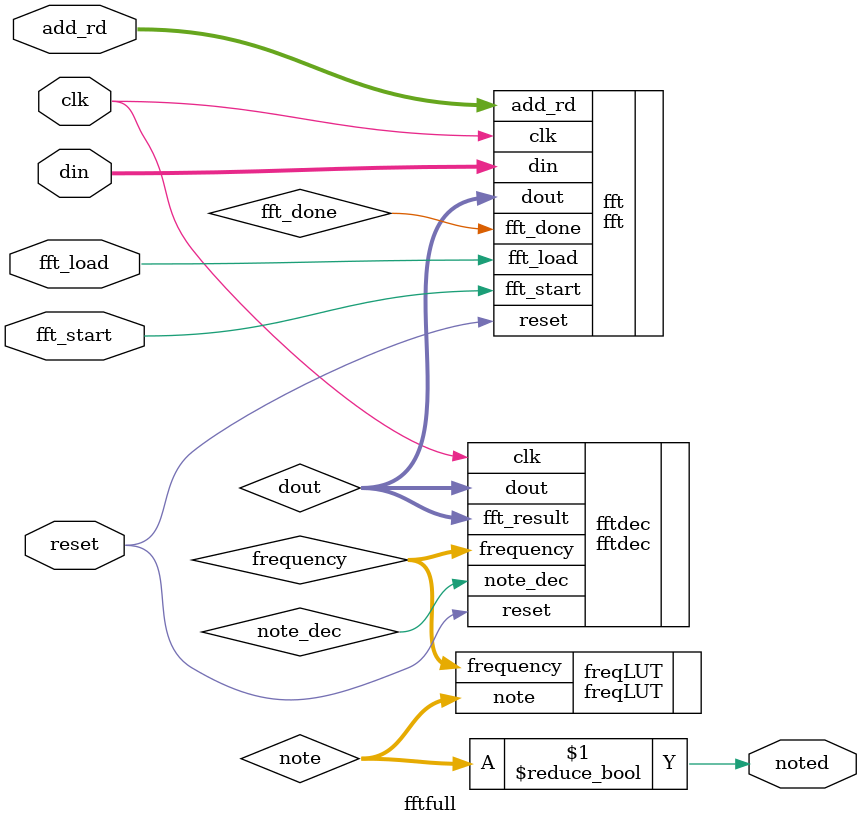
<source format=sv>

module fftfull #(parameter BIT_WIDTH = 16, N = 9, FFT_SIZE = 512, FS = 48000)
                (input logic clk, reset,
				 input logic fft_load, fft_start,
				 input logic [BIT_WIDTH - 1:0] din,
                 input logic [N - 1:0] add_rd,
                 output logic noted);
				 
// fft logic
logic [2*BIT_WIDTH - 1:0] dout;
logic fft_done;

// fftdec logic
logic [BIT_WIDTH:0] frequency;
logic note_dec;

logic [7:0] note;

fft #(.BIT_WIDTH(BIT_WIDTH), .N(N))
    fft(.clk(clk),
        .reset(reset),
        .fft_start(fft_start),
        .fft_load(fft_load),
        .add_rd(add_rd),
        .din(din),
        .dout(dout),
        .fft_done(fft_done));

fftdec #(.BIT_WIDTH(BIT_WIDTH), .N(N), .FFT_SIZE(FFT_SIZE), .FS(FS))
    fftdec(.clk(clk),
           .reset(reset),
           .dout(dout),
           .fft_result(dout),
           .frequency(frequency),
           .note_dec(note_dec));

freqLUT #(.BIT_WIDTH(BIT_WIDTH))
    freqLUT(.frequency(frequency),
            .note(note));


assign noted = (note != 8'b0000_0000);

endmodule
</source>
